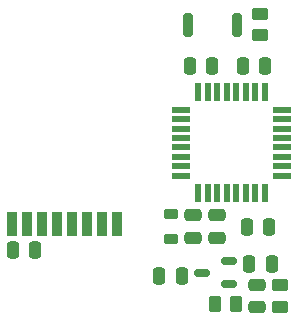
<source format=gbr>
G04 #@! TF.GenerationSoftware,KiCad,Pcbnew,(6.0.11)*
G04 #@! TF.CreationDate,2023-02-28T22:09:58+01:00*
G04 #@! TF.ProjectId,atmega328p-au--e01c-ml01s--bme280--cr2032,61746d65-6761-4333-9238-702d61752d2d,rev?*
G04 #@! TF.SameCoordinates,Original*
G04 #@! TF.FileFunction,Paste,Top*
G04 #@! TF.FilePolarity,Positive*
%FSLAX46Y46*%
G04 Gerber Fmt 4.6, Leading zero omitted, Abs format (unit mm)*
G04 Created by KiCad (PCBNEW (6.0.11)) date 2023-02-28 22:09:58*
%MOMM*%
%LPD*%
G01*
G04 APERTURE LIST*
G04 Aperture macros list*
%AMRoundRect*
0 Rectangle with rounded corners*
0 $1 Rounding radius*
0 $2 $3 $4 $5 $6 $7 $8 $9 X,Y pos of 4 corners*
0 Add a 4 corners polygon primitive as box body*
4,1,4,$2,$3,$4,$5,$6,$7,$8,$9,$2,$3,0*
0 Add four circle primitives for the rounded corners*
1,1,$1+$1,$2,$3*
1,1,$1+$1,$4,$5*
1,1,$1+$1,$6,$7*
1,1,$1+$1,$8,$9*
0 Add four rect primitives between the rounded corners*
20,1,$1+$1,$2,$3,$4,$5,0*
20,1,$1+$1,$4,$5,$6,$7,0*
20,1,$1+$1,$6,$7,$8,$9,0*
20,1,$1+$1,$8,$9,$2,$3,0*%
G04 Aperture macros list end*
%ADD10RoundRect,0.250000X0.450000X-0.262500X0.450000X0.262500X-0.450000X0.262500X-0.450000X-0.262500X0*%
%ADD11RoundRect,0.250000X-0.262500X-0.450000X0.262500X-0.450000X0.262500X0.450000X-0.262500X0.450000X0*%
%ADD12RoundRect,0.250000X0.475000X-0.250000X0.475000X0.250000X-0.475000X0.250000X-0.475000X-0.250000X0*%
%ADD13R,0.900000X2.000000*%
%ADD14RoundRect,0.250000X-0.250000X-0.475000X0.250000X-0.475000X0.250000X0.475000X-0.250000X0.475000X0*%
%ADD15RoundRect,0.250000X-0.475000X0.250000X-0.475000X-0.250000X0.475000X-0.250000X0.475000X0.250000X0*%
%ADD16RoundRect,0.250000X0.250000X0.475000X-0.250000X0.475000X-0.250000X-0.475000X0.250000X-0.475000X0*%
%ADD17RoundRect,0.150000X0.512500X0.150000X-0.512500X0.150000X-0.512500X-0.150000X0.512500X-0.150000X0*%
%ADD18RoundRect,0.218750X0.381250X-0.218750X0.381250X0.218750X-0.381250X0.218750X-0.381250X-0.218750X0*%
%ADD19RoundRect,0.200000X0.200000X0.800000X-0.200000X0.800000X-0.200000X-0.800000X0.200000X-0.800000X0*%
%ADD20R,0.550000X1.600000*%
%ADD21R,1.600000X0.550000*%
G04 APERTURE END LIST*
D10*
X119854250Y-86182500D03*
X119854250Y-88007500D03*
D11*
X116116750Y-87795000D03*
X114291750Y-87795000D03*
D12*
X117904250Y-86145000D03*
X117904250Y-88045000D03*
D13*
X97173000Y-80995000D03*
X98443000Y-80995000D03*
X99713000Y-80995000D03*
X100983000Y-80995000D03*
X102253000Y-80995000D03*
X103523000Y-80995000D03*
X104793000Y-80995000D03*
X106063000Y-80995000D03*
D14*
X111504250Y-85395000D03*
X109604250Y-85395000D03*
D15*
X112454250Y-82145000D03*
X112454250Y-80245000D03*
D16*
X117204250Y-84395000D03*
X119104250Y-84395000D03*
D14*
X118904250Y-81195000D03*
X117004250Y-81195000D03*
D17*
X115491750Y-86045000D03*
X115491750Y-84145000D03*
X113216750Y-85095000D03*
D16*
X99117214Y-83215336D03*
X97217214Y-83215336D03*
D18*
X110554250Y-80132500D03*
X110554250Y-82257500D03*
D19*
X116223000Y-64095000D03*
X112023000Y-64095000D03*
D14*
X116673000Y-67595000D03*
X118573000Y-67595000D03*
D16*
X114073000Y-67595000D03*
X112173000Y-67595000D03*
D15*
X114454250Y-80245000D03*
X114454250Y-82145000D03*
D20*
X118512733Y-69845000D03*
X117712733Y-69845000D03*
X116912733Y-69845000D03*
X116112733Y-69845000D03*
X115312733Y-69845000D03*
X114512733Y-69845000D03*
X113712733Y-69845000D03*
X112912733Y-69845000D03*
D21*
X111462733Y-71295000D03*
X111462733Y-72095000D03*
X111462733Y-72895000D03*
X111462733Y-73695000D03*
X111462733Y-74495000D03*
X111462733Y-75295000D03*
X111462733Y-76095000D03*
X111462733Y-76895000D03*
D20*
X112912733Y-78345000D03*
X113712733Y-78345000D03*
X114512733Y-78345000D03*
X115312733Y-78345000D03*
X116112733Y-78345000D03*
X116912733Y-78345000D03*
X117712733Y-78345000D03*
X118512733Y-78345000D03*
D21*
X119962733Y-76895000D03*
X119962733Y-76095000D03*
X119962733Y-75295000D03*
X119962733Y-74495000D03*
X119962733Y-73695000D03*
X119962733Y-72895000D03*
X119962733Y-72095000D03*
X119962733Y-71295000D03*
D10*
X118123000Y-65007500D03*
X118123000Y-63182500D03*
M02*

</source>
